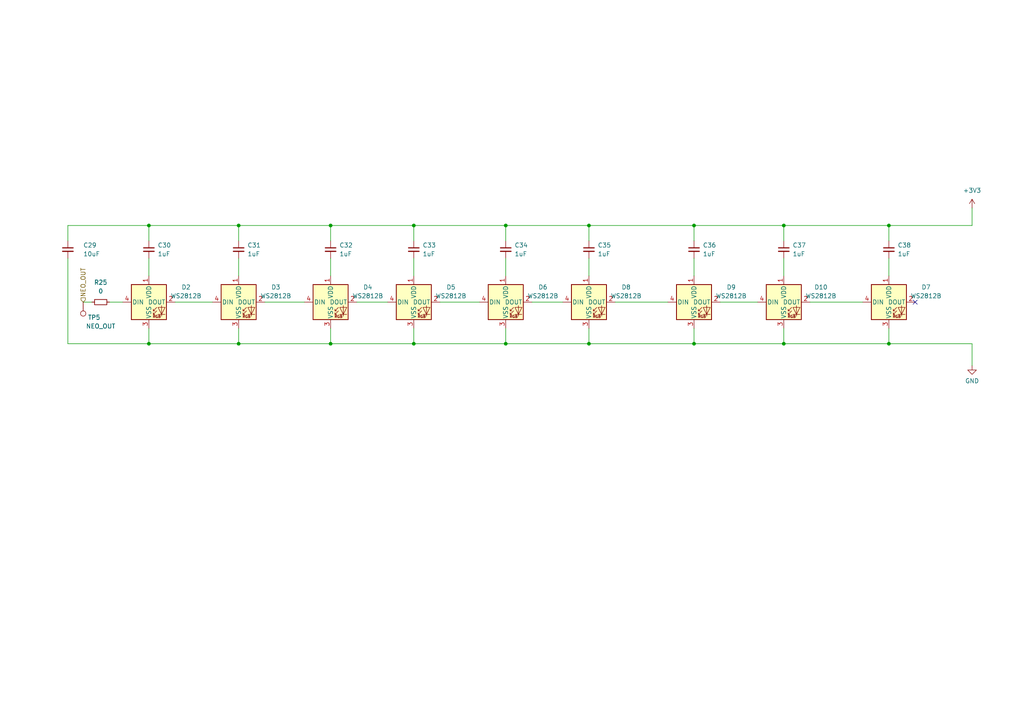
<source format=kicad_sch>
(kicad_sch (version 20211123) (generator eeschema)
  (paper "A4")
  (lib_symbols
    (symbol "Connector:TestPoint" (pin_numbers hide) (pin_names (offset 0.762) hide)
      (property "Reference" "TP" (at 0 6.858 0))
      (property "Value" "TestPoint" (at 0 5.08 0))
      (symbol "TestPoint_0_1"
        (circle (center 0 3.302) (radius 0.762))
      )
      (symbol "TestPoint_1_1"
        (pin passive line (at 0 0 90) (length 2.54) (name "1") (number "1"))
      )
    )
    (symbol "Device:C_Small" (pin_numbers hide) (pin_names (offset 0.254) hide)
      (property "Reference" "C" (at 0.254 1.778 0))
      (property "Value" "C_Small" (at 0.254 -2.032 0))
      (symbol "C_Small_0_1"
        (polyline (pts (xy -1.524 -0.508) (xy 1.524 -0.508)) (stroke (width 0.3302)))
        (polyline (pts (xy -1.524 0.508) (xy 1.524 0.508)) (stroke (width 0.3048)))
      )
      (symbol "C_Small_1_1"
        (pin passive line (at 0 2.54 270) (length 2.032) (name "~") (number "1"))
        (pin passive line (at 0 -2.54 90) (length 2.032) (name "~") (number "2"))
      )
    )
    (symbol "Device:R_Small" (pin_numbers hide) (pin_names (offset 0.254) hide)
      (property "Reference" "R" (at 0.762 0.508 0))
      (property "Value" "R_Small" (at 0.762 -1.016 0))
      (symbol "R_Small_0_1"
        (rectangle (start -0.762 1.778) (end 0.762 -1.778) (stroke (width 0.2032)))
      )
      (symbol "R_Small_1_1"
        (pin passive line (at 0 2.54 270) (length 0.762) (name "~") (number "1"))
        (pin passive line (at 0 -2.54 90) (length 0.762) (name "~") (number "2"))
      )
    )
    (symbol "LED:WS2812B" (pin_names (offset 0.254))
      (property "Reference" "D" (at 5.08 5.715 0))
      (property "Value" "WS2812B" (at 1.27 -5.715 0))
      (symbol "WS2812B_0_0"
        (text "RGB" (at 2.286 -4.191 0) (effects (font (size 0.762 0.762))))
      )
      (symbol "WS2812B_0_1"
        (polyline (pts (xy 1.27 -3.556) (xy 1.778 -3.556)))
        (polyline (pts (xy 1.27 -2.54) (xy 1.778 -2.54)))
        (polyline (pts (xy 4.699 -3.556) (xy 2.667 -3.556)))
        (polyline (pts (xy 2.286 -2.54) (xy 1.27 -3.556) (xy 1.27 -3.048)))
        (polyline (pts (xy 2.286 -1.524) (xy 1.27 -2.54) (xy 1.27 -2.032)))
        (polyline (pts (xy 3.683 -1.016) (xy 3.683 -3.556) (xy 3.683 -4.064)))
        (polyline (pts (xy 4.699 -1.524) (xy 2.667 -1.524) (xy 3.683 -3.556) (xy 4.699 -1.524)))
        (rectangle (start 5.08 5.08) (end -5.08 -5.08) (stroke (width 0.254)) (fill (type background)))
      )
      (symbol "WS2812B_1_1"
        (pin power_in line (at 0 7.62 270) (length 2.54) (name "VDD") (number "1"))
        (pin output line (at 7.62 0 180) (length 2.54) (name "DOUT") (number "2"))
        (pin power_in line (at 0 -7.62 90) (length 2.54) (name "VSS") (number "3"))
        (pin input line (at -7.62 0 0) (length 2.54) (name "DIN") (number "4"))
      )
    )
    (symbol "power:+3V3" (power) (pin_names (offset 0))
      (property "Value" "+3V3" (at 0 3.556 0))
      (symbol "+3V3_0_1"
        (polyline (pts (xy -0.762 1.27) (xy 0 2.54)))
        (polyline (pts (xy 0 0) (xy 0 2.54)))
        (polyline (pts (xy 0 2.54) (xy 0.762 1.27)))
      )
      (symbol "+3V3_1_1"
        (pin power_in line (at 0 0 90) (length 0) hide (name "+3V3") (number "1"))
      )
    )
    (symbol "power:GND" (power) (pin_names (offset 0))
      (property "Value" "GND" (at 0 -3.81 0))
      (symbol "GND_0_1"
        (polyline (pts (xy 0 0) (xy 0 -1.27) (xy 1.27 -1.27) (xy 0 -2.54) (xy -1.27 -1.27) (xy 0 -1.27)))
      )
      (symbol "GND_1_1"
        (pin power_in line (at 0 0 270) (length 0) hide (name "GND") (number "1"))
      )
    )
  )
  (junction (at 227.33 99.695))
  (junction (at 201.295 99.695))
  (junction (at 95.885 99.695))
  (junction (at 43.18 65.405))
  (junction (at 95.885 65.405))
  (junction (at 69.215 65.405))
  (junction (at 170.815 65.405))
  (junction (at 120.015 65.405))
  (junction (at 146.685 99.695))
  (junction (at 227.33 65.405))
  (junction (at 43.18 99.695))
  (junction (at 170.815 99.695))
  (junction (at 146.685 65.405))
  (junction (at 69.215 99.695))
  (junction (at 257.81 99.695))
  (junction (at 257.81 65.405))
  (junction (at 120.015 99.695))
  (junction (at 201.295 65.405))
  (no_connect (at 265.43 87.63))
  (wire (pts (xy 178.435 87.63) (xy 193.675 87.63)))
  (wire (pts (xy 208.915 87.63) (xy 219.71 87.63)))
  (wire (pts (xy 24.13 87.63) (xy 26.67 87.63)))
  (wire (pts (xy 43.18 95.25) (xy 43.18 99.695)))
  (wire (pts (xy 19.685 69.85) (xy 19.685 65.405)))
  (wire (pts (xy 95.885 99.695) (xy 95.885 95.25)))
  (wire (pts (xy 227.33 99.695) (xy 257.81 99.695)))
  (wire (pts (xy 120.015 99.695) (xy 146.685 99.695)))
  (wire (pts (xy 43.18 99.695) (xy 69.215 99.695)))
  (wire (pts (xy 170.815 99.695) (xy 201.295 99.695)))
  (wire (pts (xy 257.81 99.695) (xy 281.94 99.695)))
  (wire (pts (xy 43.18 74.93) (xy 43.18 80.01)))
  (wire (pts (xy 69.215 99.695) (xy 95.885 99.695)))
  (wire (pts (xy 19.685 74.93) (xy 19.685 99.695)))
  (wire (pts (xy 95.885 74.93) (xy 95.885 80.01)))
  (wire (pts (xy 19.685 99.695) (xy 43.18 99.695)))
  (wire (pts (xy 95.885 65.405) (xy 95.885 69.85)))
  (wire (pts (xy 281.94 99.695) (xy 281.94 106.045)))
  (wire (pts (xy 19.685 65.405) (xy 43.18 65.405)))
  (wire (pts (xy 146.685 65.405) (xy 170.815 65.405)))
  (wire (pts (xy 201.295 74.93) (xy 201.295 80.01)))
  (wire (pts (xy 281.94 60.325) (xy 281.94 65.405)))
  (wire (pts (xy 120.015 65.405) (xy 146.685 65.405)))
  (wire (pts (xy 170.815 99.695) (xy 170.815 95.25)))
  (wire (pts (xy 257.81 65.405) (xy 257.81 69.85)))
  (wire (pts (xy 120.015 99.695) (xy 120.015 95.25)))
  (wire (pts (xy 31.75 87.63) (xy 35.56 87.63)))
  (wire (pts (xy 201.295 99.695) (xy 201.295 95.25)))
  (wire (pts (xy 69.215 74.93) (xy 69.215 80.01)))
  (wire (pts (xy 257.81 65.405) (xy 281.94 65.405)))
  (wire (pts (xy 95.885 65.405) (xy 120.015 65.405)))
  (wire (pts (xy 170.815 65.405) (xy 201.295 65.405)))
  (wire (pts (xy 201.295 65.405) (xy 201.295 69.85)))
  (wire (pts (xy 257.81 74.93) (xy 257.81 80.01)))
  (wire (pts (xy 146.685 99.695) (xy 146.685 95.25)))
  (wire (pts (xy 50.8 87.63) (xy 61.595 87.63)))
  (wire (pts (xy 227.33 65.405) (xy 227.33 69.85)))
  (wire (pts (xy 76.835 87.63) (xy 88.265 87.63)))
  (wire (pts (xy 43.18 69.85) (xy 43.18 65.405)))
  (wire (pts (xy 170.815 74.93) (xy 170.815 80.01)))
  (wire (pts (xy 201.295 99.695) (xy 227.33 99.695)))
  (wire (pts (xy 227.33 74.93) (xy 227.33 80.01)))
  (wire (pts (xy 227.33 99.695) (xy 227.33 95.25)))
  (wire (pts (xy 120.015 74.93) (xy 120.015 80.01)))
  (wire (pts (xy 146.685 99.695) (xy 170.815 99.695)))
  (wire (pts (xy 201.295 65.405) (xy 227.33 65.405)))
  (wire (pts (xy 170.815 65.405) (xy 170.815 69.85)))
  (wire (pts (xy 146.685 74.93) (xy 146.685 80.01)))
  (wire (pts (xy 69.215 65.405) (xy 95.885 65.405)))
  (wire (pts (xy 120.015 65.405) (xy 120.015 69.85)))
  (wire (pts (xy 146.685 65.405) (xy 146.685 69.85)))
  (wire (pts (xy 95.885 99.695) (xy 120.015 99.695)))
  (wire (pts (xy 103.505 87.63) (xy 112.395 87.63)))
  (wire (pts (xy 227.33 65.405) (xy 257.81 65.405)))
  (wire (pts (xy 69.215 99.695) (xy 69.215 95.25)))
  (wire (pts (xy 69.215 65.405) (xy 69.215 69.85)))
  (wire (pts (xy 127.635 87.63) (xy 139.065 87.63)))
  (wire (pts (xy 234.95 87.63) (xy 250.19 87.63)))
  (wire (pts (xy 257.81 99.695) (xy 257.81 95.25)))
  (wire (pts (xy 43.18 65.405) (xy 69.215 65.405)))
  (wire (pts (xy 154.305 87.63) (xy 163.195 87.63)))
  (hierarchical_label "NEO_OUT" (shape input) (at 24.13 87.63 90))
  (symbol (lib_id "Device:C_Small") (at 170.815 72.39 0) (unit 1)
    (property "Reference" "C35" (at 173.355 71.1262 0) (effects (justify left)))
    (property "Value" "1uF" (at 173.355 73.6662 0) (effects (justify left)))
    (property "Footprint" "Capacitor_SMD:C_0402_1005Metric" (effects hide))
  )
  (symbol (lib_id "LED:WS2812B") (at 201.295 87.63 0) (unit 1)
    (property "Reference" "D9" (at 212.09 83.2993 0))
    (property "Value" "WS2812B" (at 212.09 85.8393 0))
    (property "Footprint" "WS2815B:LED_WS2812B_PLCC4_5.0x5.0mm_P3.2mm" (effects hide))
    (property "Datasheet" "https://cdn-shop.adafruit.com/datasheets/WS2812B.pdf" (effects hide))
  )
  (symbol (lib_id "LED:WS2812B") (at 43.18 87.63 0) (unit 1)
    (property "Reference" "D2" (at 53.975 83.2993 0))
    (property "Value" "WS2812B" (at 53.975 85.8393 0))
    (property "Footprint" "WS2815B:LED_WS2812B_PLCC4_5.0x5.0mm_P3.2mm" (effects hide))
    (property "Datasheet" "https://cdn-shop.adafruit.com/datasheets/WS2812B.pdf" (effects hide))
  )
  (symbol (lib_id "LED:WS2812B") (at 227.33 87.63 0) (unit 1)
    (property "Reference" "D10" (at 238.125 83.2993 0))
    (property "Value" "WS2812B" (at 238.125 85.8393 0))
    (property "Footprint" "WS2815B:LED_WS2812B_PLCC4_5.0x5.0mm_P3.2mm" (effects hide))
    (property "Datasheet" "https://cdn-shop.adafruit.com/datasheets/WS2812B.pdf" (effects hide))
  )
  (symbol (lib_id "Device:R_Small") (at 29.21 87.63 90) (unit 1)
    (property "Reference" "R25" (at 29.21 81.915 90))
    (property "Value" "0" (at 29.21 84.455 90))
    (property "Footprint" "Resistor_SMD:R_0402_1005Metric" (effects hide))
  )
  (symbol (lib_id "LED:WS2812B") (at 120.015 87.63 0) (unit 1)
    (property "Reference" "D5" (at 130.81 83.2993 0))
    (property "Value" "WS2812B" (at 130.81 85.8393 0))
    (property "Footprint" "WS2815B:LED_WS2812B_PLCC4_5.0x5.0mm_P3.2mm" (effects hide))
    (property "Datasheet" "https://cdn-shop.adafruit.com/datasheets/WS2812B.pdf" (effects hide))
  )
  (symbol (lib_id "Device:C_Small") (at 95.885 72.39 0) (unit 1)
    (property "Reference" "C32" (at 98.425 71.1262 0) (effects (justify left)))
    (property "Value" "1uF" (at 98.425 73.6662 0) (effects (justify left)))
    (property "Footprint" "Capacitor_SMD:C_0402_1005Metric" (effects hide))
  )
  (symbol (lib_id "LED:WS2812B") (at 95.885 87.63 0) (unit 1)
    (property "Reference" "D4" (at 106.68 83.2993 0))
    (property "Value" "WS2812B" (at 106.68 85.8393 0))
    (property "Footprint" "WS2815B:LED_WS2812B_PLCC4_5.0x5.0mm_P3.2mm" (effects hide))
    (property "Datasheet" "https://cdn-shop.adafruit.com/datasheets/WS2812B.pdf" (effects hide))
  )
  (symbol (lib_id "LED:WS2812B") (at 257.81 87.63 0) (unit 1)
    (property "Reference" "D7" (at 268.605 83.2993 0))
    (property "Value" "WS2812B" (at 268.605 85.8393 0))
    (property "Footprint" "WS2815B:LED_WS2812B_PLCC4_5.0x5.0mm_P3.2mm" (effects hide))
    (property "Datasheet" "https://cdn-shop.adafruit.com/datasheets/WS2812B.pdf" (effects hide))
  )
  (symbol (lib_id "Device:C_Small") (at 257.81 72.39 0) (unit 1)
    (property "Reference" "C38" (at 260.35 71.1262 0) (effects (justify left)))
    (property "Value" "1uF" (at 260.35 73.6662 0) (effects (justify left)))
    (property "Footprint" "Capacitor_SMD:C_0402_1005Metric" (effects hide))
  )
  (symbol (lib_id "Device:C_Small") (at 19.685 72.39 0) (unit 1)
    (property "Reference" "C29" (at 24.13 71.1262 0) (effects (justify left)))
    (property "Value" "10uF" (at 24.13 73.6662 0) (effects (justify left)))
    (property "Footprint" "Capacitor_SMD:C_0402_1005Metric" (effects hide))
  )
  (symbol (lib_id "power:+3V3") (at 281.94 60.325 0) (unit 1)
    (property "Reference" "#PWR042" (effects hide))
    (property "Value" "+3V3" (at 281.94 55.245 0))
  )
  (symbol (lib_id "Device:C_Small") (at 227.33 72.39 0) (unit 1)
    (property "Reference" "C37" (at 229.87 71.1262 0) (effects (justify left)))
    (property "Value" "1uF" (at 229.87 73.6662 0) (effects (justify left)))
    (property "Footprint" "Capacitor_SMD:C_0402_1005Metric" (effects hide))
  )
  (symbol (lib_id "power:GND") (at 281.94 106.045 0) (unit 1)
    (property "Reference" "#PWR043" (effects hide))
    (property "Value" "GND" (at 281.94 110.49 0))
  )
  (symbol (lib_id "Device:C_Small") (at 69.215 72.39 0) (unit 1)
    (property "Reference" "C31" (at 71.755 71.1262 0) (effects (justify left)))
    (property "Value" "1uF" (at 71.755 73.6662 0) (effects (justify left)))
    (property "Footprint" "Capacitor_SMD:C_0402_1005Metric" (effects hide))
  )
  (symbol (lib_id "Device:C_Small") (at 120.015 72.39 0) (unit 1)
    (property "Reference" "C33" (at 122.555 71.1262 0) (effects (justify left)))
    (property "Value" "1uF" (at 122.555 73.6662 0) (effects (justify left)))
    (property "Footprint" "Capacitor_SMD:C_0402_1005Metric" (effects hide))
  )
  (symbol (lib_id "LED:WS2812B") (at 69.215 87.63 0) (unit 1)
    (property "Reference" "D3" (at 80.01 83.2993 0))
    (property "Value" "WS2812B" (at 80.01 85.8393 0))
    (property "Footprint" "WS2815B:LED_WS2812B_PLCC4_5.0x5.0mm_P3.2mm" (effects hide))
    (property "Datasheet" "https://cdn-shop.adafruit.com/datasheets/WS2812B.pdf" (effects hide))
  )
  (symbol (lib_id "Device:C_Small") (at 43.18 72.39 0) (unit 1)
    (property "Reference" "C30" (at 45.72 71.1262 0) (effects (justify left)))
    (property "Value" "1uF" (at 45.72 73.6662 0) (effects (justify left)))
    (property "Footprint" "Capacitor_SMD:C_0402_1005Metric" (effects hide))
  )
  (symbol (lib_id "Device:C_Small") (at 201.295 72.39 0) (unit 1)
    (property "Reference" "C36" (at 203.835 71.1262 0) (effects (justify left)))
    (property "Value" "1uF" (at 203.835 73.6662 0) (effects (justify left)))
    (property "Footprint" "Capacitor_SMD:C_0402_1005Metric" (effects hide))
  )
  (symbol (lib_id "Device:C_Small") (at 146.685 72.39 0) (unit 1)
    (property "Reference" "C34" (at 149.225 71.1262 0) (effects (justify left)))
    (property "Value" "1uF" (at 149.225 73.6662 0) (effects (justify left)))
    (property "Footprint" "Capacitor_SMD:C_0402_1005Metric" (effects hide))
  )
  (symbol (lib_id "Connector:TestPoint") (at 24.13 87.63 180) (unit 1)
    (property "Reference" "TP5" (at 27.305 92.075 0))
    (property "Value" "NEO_OUT" (at 29.21 94.615 0))
    (property "Footprint" "TestPoint:TestPoint_Pad_D1.0mm" (effects hide))
  )
  (symbol (lib_id "LED:WS2812B") (at 146.685 87.63 0) (unit 1)
    (property "Reference" "D6" (at 157.48 83.2993 0))
    (property "Value" "WS2812B" (at 157.48 85.8393 0))
    (property "Footprint" "WS2815B:LED_WS2812B_PLCC4_5.0x5.0mm_P3.2mm" (effects hide))
    (property "Datasheet" "https://cdn-shop.adafruit.com/datasheets/WS2812B.pdf" (effects hide))
  )
  (symbol (lib_id "LED:WS2812B") (at 170.815 87.63 0) (unit 1)
    (property "Reference" "D8" (at 181.61 83.2993 0))
    (property "Value" "WS2812B" (at 181.61 85.8393 0))
    (property "Footprint" "WS2815B:LED_WS2812B_PLCC4_5.0x5.0mm_P3.2mm" (effects hide))
    (property "Datasheet" "https://cdn-shop.adafruit.com/datasheets/WS2812B.pdf" (effects hide))
  )
)
</source>
